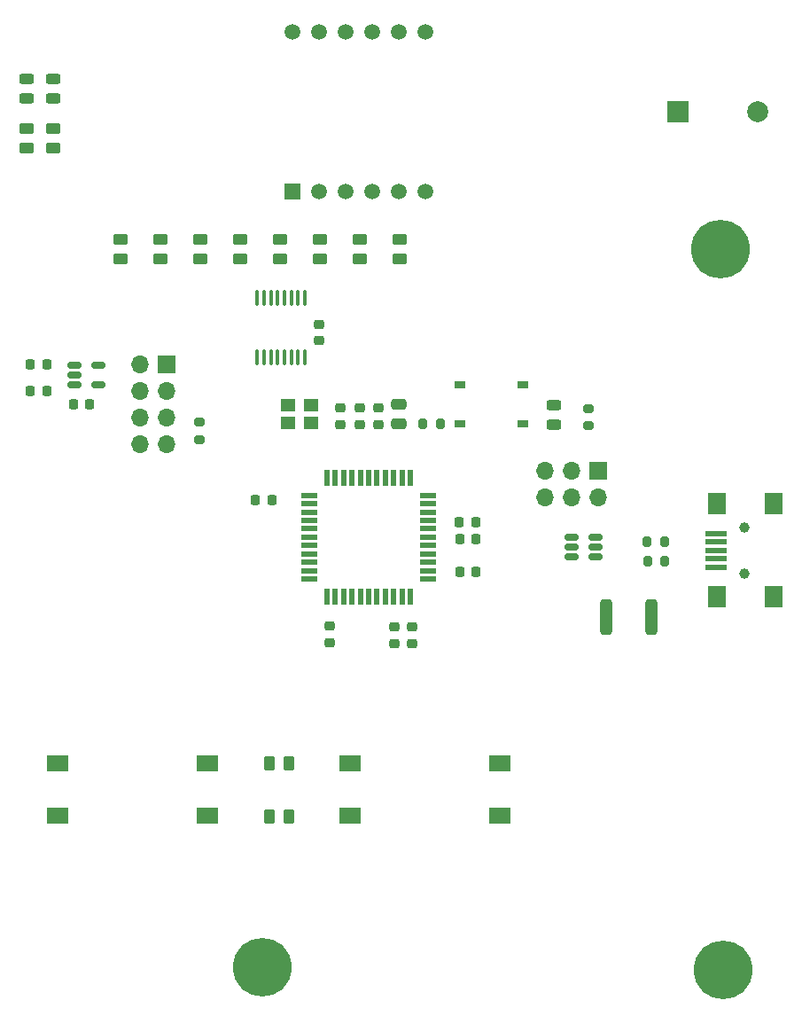
<source format=gbr>
%TF.GenerationSoftware,KiCad,Pcbnew,(7.0.0)*%
%TF.CreationDate,2023-04-20T13:01:05-06:00*%
%TF.ProjectId,Phase_B_ATMEGA_v3,50686173-655f-4425-9f41-544d4547415f,rev?*%
%TF.SameCoordinates,Original*%
%TF.FileFunction,Soldermask,Top*%
%TF.FilePolarity,Negative*%
%FSLAX46Y46*%
G04 Gerber Fmt 4.6, Leading zero omitted, Abs format (unit mm)*
G04 Created by KiCad (PCBNEW (7.0.0)) date 2023-04-20 13:01:05*
%MOMM*%
%LPD*%
G01*
G04 APERTURE LIST*
G04 Aperture macros list*
%AMRoundRect*
0 Rectangle with rounded corners*
0 $1 Rounding radius*
0 $2 $3 $4 $5 $6 $7 $8 $9 X,Y pos of 4 corners*
0 Add a 4 corners polygon primitive as box body*
4,1,4,$2,$3,$4,$5,$6,$7,$8,$9,$2,$3,0*
0 Add four circle primitives for the rounded corners*
1,1,$1+$1,$2,$3*
1,1,$1+$1,$4,$5*
1,1,$1+$1,$6,$7*
1,1,$1+$1,$8,$9*
0 Add four rect primitives between the rounded corners*
20,1,$1+$1,$2,$3,$4,$5,0*
20,1,$1+$1,$4,$5,$6,$7,0*
20,1,$1+$1,$6,$7,$8,$9,0*
20,1,$1+$1,$8,$9,$2,$3,0*%
G04 Aperture macros list end*
%ADD10C,5.600000*%
%ADD11RoundRect,0.250000X0.450000X-0.262500X0.450000X0.262500X-0.450000X0.262500X-0.450000X-0.262500X0*%
%ADD12RoundRect,0.200000X0.275000X-0.200000X0.275000X0.200000X-0.275000X0.200000X-0.275000X-0.200000X0*%
%ADD13RoundRect,0.225000X-0.225000X-0.250000X0.225000X-0.250000X0.225000X0.250000X-0.225000X0.250000X0*%
%ADD14RoundRect,0.243750X-0.456250X0.243750X-0.456250X-0.243750X0.456250X-0.243750X0.456250X0.243750X0*%
%ADD15C,1.000000*%
%ADD16R,2.000000X0.500000*%
%ADD17R,1.700000X2.000000*%
%ADD18RoundRect,0.225000X0.250000X-0.225000X0.250000X0.225000X-0.250000X0.225000X-0.250000X-0.225000X0*%
%ADD19RoundRect,0.200000X-0.200000X-0.275000X0.200000X-0.275000X0.200000X0.275000X-0.200000X0.275000X0*%
%ADD20RoundRect,0.225000X-0.250000X0.225000X-0.250000X-0.225000X0.250000X-0.225000X0.250000X0.225000X0*%
%ADD21R,1.400000X1.200000*%
%ADD22RoundRect,0.250000X-0.262500X-0.450000X0.262500X-0.450000X0.262500X0.450000X-0.262500X0.450000X0*%
%ADD23RoundRect,0.100000X-0.100000X0.637500X-0.100000X-0.637500X0.100000X-0.637500X0.100000X0.637500X0*%
%ADD24RoundRect,0.225000X0.225000X0.250000X-0.225000X0.250000X-0.225000X-0.250000X0.225000X-0.250000X0*%
%ADD25RoundRect,0.200000X-0.275000X0.200000X-0.275000X-0.200000X0.275000X-0.200000X0.275000X0.200000X0*%
%ADD26RoundRect,0.200000X0.200000X0.275000X-0.200000X0.275000X-0.200000X-0.275000X0.200000X-0.275000X0*%
%ADD27R,0.550000X1.500000*%
%ADD28R,1.500000X0.550000*%
%ADD29R,1.000000X0.700000*%
%ADD30R,2.000000X1.500000*%
%ADD31R,1.700000X1.700000*%
%ADD32O,1.700000X1.700000*%
%ADD33RoundRect,0.250000X0.312500X1.450000X-0.312500X1.450000X-0.312500X-1.450000X0.312500X-1.450000X0*%
%ADD34R,2.000000X2.000000*%
%ADD35C,2.000000*%
%ADD36RoundRect,0.250000X0.262500X0.450000X-0.262500X0.450000X-0.262500X-0.450000X0.262500X-0.450000X0*%
%ADD37RoundRect,0.250000X0.475000X-0.250000X0.475000X0.250000X-0.475000X0.250000X-0.475000X-0.250000X0*%
%ADD38R,1.500000X1.500000*%
%ADD39C,1.500000*%
%ADD40RoundRect,0.150000X0.512500X0.150000X-0.512500X0.150000X-0.512500X-0.150000X0.512500X-0.150000X0*%
%ADD41RoundRect,0.150000X-0.512500X-0.150000X0.512500X-0.150000X0.512500X0.150000X-0.512500X0.150000X0*%
G04 APERTURE END LIST*
D10*
%TO.C,REF\u002A\u002A*%
X177018978Y-148038539D03*
%TD*%
%TO.C,REF\u002A\u002A*%
X132984544Y-147747431D03*
%TD*%
%TO.C,REF\u002A\u002A*%
X176800761Y-79162679D03*
%TD*%
D11*
%TO.C,R5*%
X146114167Y-80088318D03*
X146114167Y-78263318D03*
%TD*%
D12*
%TO.C,R17*%
X127000000Y-97345000D03*
X127000000Y-95695000D03*
%TD*%
D11*
%TO.C,R8*%
X134684167Y-80088318D03*
X134684167Y-78263318D03*
%TD*%
D13*
%TO.C,C13*%
X110860000Y-90200000D03*
X112410000Y-90200000D03*
%TD*%
D14*
%TO.C,D3*%
X160845000Y-94065000D03*
X160845000Y-95940000D03*
%TD*%
D15*
%TO.C,J2*%
X179070000Y-110150000D03*
X179070000Y-105750000D03*
D16*
X176369999Y-109549999D03*
X176369999Y-108749999D03*
X176369999Y-107949999D03*
X176369999Y-107149999D03*
X176369999Y-106349999D03*
D17*
X176469999Y-112399999D03*
X181919999Y-112399999D03*
X176469999Y-103499999D03*
X181919999Y-103499999D03*
%TD*%
D11*
%TO.C,R7*%
X138494167Y-80088318D03*
X138494167Y-78263318D03*
%TD*%
D18*
%TO.C,C5*%
X144085597Y-95917361D03*
X144085597Y-94367361D03*
%TD*%
D14*
%TO.C,D2*%
X113030000Y-62895000D03*
X113030000Y-64770000D03*
%TD*%
D11*
%TO.C,R3*%
X110490000Y-69492500D03*
X110490000Y-67667500D03*
%TD*%
%TO.C,R6*%
X142304167Y-80088318D03*
X142304167Y-78263318D03*
%TD*%
D19*
%TO.C,R13*%
X148386135Y-95870623D03*
X150036135Y-95870623D03*
%TD*%
D20*
%TO.C,C2*%
X140488764Y-94349911D03*
X140488764Y-95899911D03*
%TD*%
D21*
%TO.C,Y1*%
X137690469Y-94091469D03*
X135490469Y-94091469D03*
X135490469Y-95791469D03*
X137690469Y-95791469D03*
%TD*%
D20*
%TO.C,C12*%
X145625107Y-115266761D03*
X145625107Y-116816761D03*
%TD*%
D22*
%TO.C,R1*%
X133707500Y-128270000D03*
X135532500Y-128270000D03*
%TD*%
D23*
%TO.C,U2*%
X137082297Y-83805077D03*
X136432297Y-83805077D03*
X135782297Y-83805077D03*
X135132297Y-83805077D03*
X134482297Y-83805077D03*
X133832297Y-83805077D03*
X133182297Y-83805077D03*
X132532297Y-83805077D03*
X132532297Y-89530077D03*
X133182297Y-89530077D03*
X133832297Y-89530077D03*
X134482297Y-89530077D03*
X135132297Y-89530077D03*
X135782297Y-89530077D03*
X136432297Y-89530077D03*
X137082297Y-89530077D03*
%TD*%
D24*
%TO.C,C15*%
X116500000Y-93980000D03*
X114950000Y-93980000D03*
%TD*%
D13*
%TO.C,C9*%
X151871806Y-106893264D03*
X153421806Y-106893264D03*
%TD*%
D14*
%TO.C,D1*%
X110490000Y-62895000D03*
X110490000Y-64770000D03*
%TD*%
D25*
%TO.C,R16*%
X164196361Y-94377674D03*
X164196361Y-96027674D03*
%TD*%
D13*
%TO.C,C7*%
X151894180Y-110009211D03*
X153444180Y-110009211D03*
%TD*%
D26*
%TO.C,R14*%
X171450000Y-107151492D03*
X169800000Y-107151492D03*
%TD*%
D27*
%TO.C,U3*%
X147184999Y-112379999D03*
X146384999Y-112379999D03*
X145584999Y-112379999D03*
X144784999Y-112379999D03*
X143984999Y-112379999D03*
X143184999Y-112379999D03*
X142384999Y-112379999D03*
X141584999Y-112379999D03*
X140784999Y-112379999D03*
X139984999Y-112379999D03*
X139184999Y-112379999D03*
D28*
X137484999Y-110679999D03*
X137484999Y-109879999D03*
X137484999Y-109079999D03*
X137484999Y-108279999D03*
X137484999Y-107479999D03*
X137484999Y-106679999D03*
X137484999Y-105879999D03*
X137484999Y-105079999D03*
X137484999Y-104279999D03*
X137484999Y-103479999D03*
X137484999Y-102679999D03*
D27*
X139184999Y-100979999D03*
X139984999Y-100979999D03*
X140784999Y-100979999D03*
X141584999Y-100979999D03*
X142384999Y-100979999D03*
X143184999Y-100979999D03*
X143984999Y-100979999D03*
X144784999Y-100979999D03*
X145584999Y-100979999D03*
X146384999Y-100979999D03*
X147184999Y-100979999D03*
D28*
X148884999Y-102679999D03*
X148884999Y-103479999D03*
X148884999Y-104279999D03*
X148884999Y-105079999D03*
X148884999Y-105879999D03*
X148884999Y-106679999D03*
X148884999Y-107479999D03*
X148884999Y-108279999D03*
X148884999Y-109079999D03*
X148884999Y-109879999D03*
X148884999Y-110679999D03*
%TD*%
D13*
%TO.C,C14*%
X110860000Y-92710000D03*
X112410000Y-92710000D03*
%TD*%
D29*
%TO.C,S3*%
X151939999Y-92129999D03*
X157939999Y-92129999D03*
X151939999Y-95829999D03*
X157939999Y-95829999D03*
%TD*%
D30*
%TO.C,S1*%
X113499999Y-128309999D03*
X127799999Y-128309999D03*
X113499999Y-133309999D03*
X127799999Y-133309999D03*
%TD*%
D18*
%TO.C,C1*%
X138430000Y-87910000D03*
X138430000Y-86360000D03*
%TD*%
D31*
%TO.C,J3*%
X123859999Y-90169999D03*
D32*
X121319999Y-90169999D03*
X123859999Y-92709999D03*
X121319999Y-92709999D03*
X123859999Y-95249999D03*
X121319999Y-95249999D03*
X123859999Y-97789999D03*
X121319999Y-97789999D03*
%TD*%
D13*
%TO.C,C6*%
X151857379Y-105257668D03*
X153407379Y-105257668D03*
%TD*%
D11*
%TO.C,R12*%
X119444167Y-80088318D03*
X119444167Y-78263318D03*
%TD*%
D33*
%TO.C,F1*%
X170180000Y-114300000D03*
X165905000Y-114300000D03*
%TD*%
D34*
%TO.C,LS1*%
X172729999Y-66039999D03*
D35*
X180330000Y-66040000D03*
%TD*%
D11*
%TO.C,R11*%
X123254167Y-80088318D03*
X123254167Y-78263318D03*
%TD*%
D36*
%TO.C,R2*%
X135532500Y-133350000D03*
X133707500Y-133350000D03*
%TD*%
D37*
%TO.C,C8*%
X146050000Y-95880000D03*
X146050000Y-93980000D03*
%TD*%
D38*
%TO.C,U1*%
X135889999Y-73659999D03*
D39*
X138430000Y-73660000D03*
X140970000Y-73660000D03*
X143510000Y-73660000D03*
X146050000Y-73660000D03*
X148590000Y-73660000D03*
X148590000Y-58420000D03*
X146050000Y-58420000D03*
X143510000Y-58420000D03*
X140970000Y-58420000D03*
X138430000Y-58420000D03*
X135890000Y-58420000D03*
%TD*%
D40*
%TO.C,U4*%
X164835000Y-108580000D03*
X164835000Y-107630000D03*
X164835000Y-106680000D03*
X162560000Y-106680000D03*
X162560000Y-107630000D03*
X162560000Y-108580000D03*
%TD*%
D18*
%TO.C,C3*%
X142324588Y-95908823D03*
X142324588Y-94358823D03*
%TD*%
D24*
%TO.C,C4*%
X133938599Y-103156691D03*
X132388599Y-103156691D03*
%TD*%
D41*
%TO.C,U5*%
X115077500Y-90220000D03*
X115077500Y-91170000D03*
X115077500Y-92120000D03*
X117352500Y-92120000D03*
X117352500Y-90220000D03*
%TD*%
D11*
%TO.C,R10*%
X127064167Y-80088318D03*
X127064167Y-78263318D03*
%TD*%
D20*
%TO.C,C10*%
X147339690Y-115255481D03*
X147339690Y-116805481D03*
%TD*%
D11*
%TO.C,R9*%
X130874167Y-80088318D03*
X130874167Y-78263318D03*
%TD*%
D26*
%TO.C,R15*%
X171485295Y-109009638D03*
X169835295Y-109009638D03*
%TD*%
D20*
%TO.C,C11*%
X139457130Y-115176623D03*
X139457130Y-116726623D03*
%TD*%
D11*
%TO.C,R4*%
X113030000Y-69492500D03*
X113030000Y-67667500D03*
%TD*%
D30*
%TO.C,S2*%
X155739999Y-133309999D03*
X141439999Y-133309999D03*
X155739999Y-128309999D03*
X141439999Y-128309999D03*
%TD*%
D31*
%TO.C,J1*%
X165099999Y-100329999D03*
D32*
X165099999Y-102869999D03*
X162559999Y-100329999D03*
X162559999Y-102869999D03*
X160019999Y-100329999D03*
X160019999Y-102869999D03*
%TD*%
M02*

</source>
